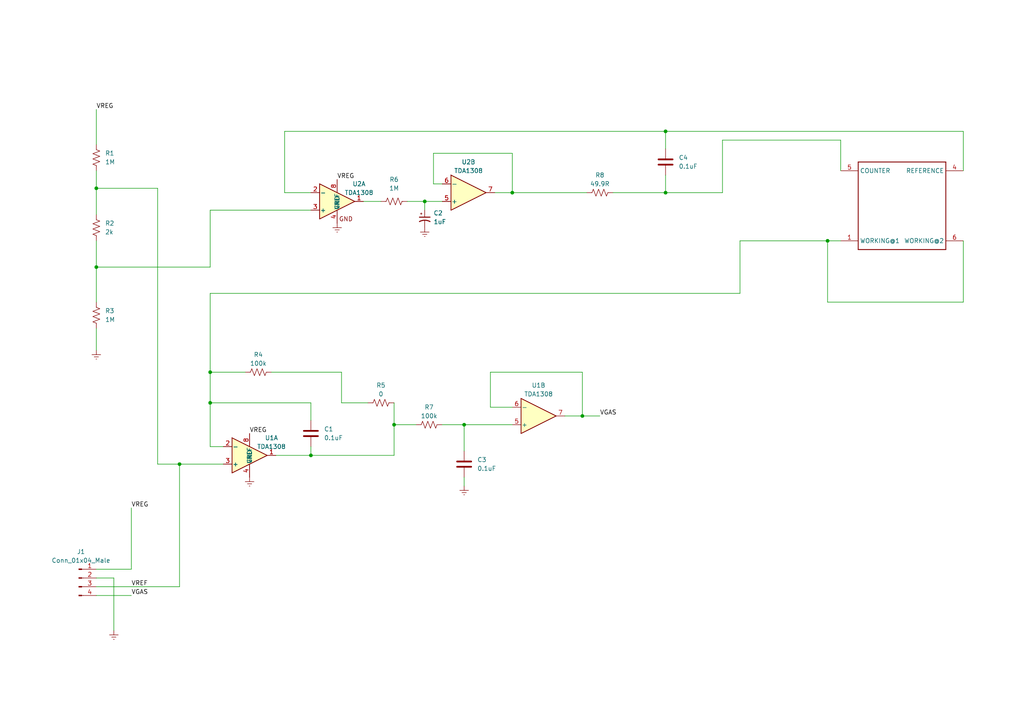
<source format=kicad_sch>
(kicad_sch (version 20211123) (generator eeschema)
  (paper "A4")
  (title_block (title "ULPSM_SCHEMATIC") (date "2022-08-02") (rev "V1.0") (company "University of Washington") (comment 1 "Nakseung Choi") (comment 2 "Vikram Iyer"))
  (lib_symbols
    (symbol "Amplifier_Audio:TDA1308" (pin_names (offset 0.127))
      (property "Reference" "U1" (at 0 10.16 0))
      (property "Value" "TDA1308" (at 0 7.62 0))
      (symbol "TDA1308_1_1"
        (polyline (pts (xy -5.08 5.08) (xy 5.08 0) (xy -5.08 -5.08) (xy -5.08 5.08)) (stroke (width 0.254)) (fill (type background)))
        (pin output line (at 7.62 0 180) (length 2.54) (name "~") (number "1"))
        (pin input line (at -7.62 -2.54 0) (length 2.54) (name "-") (number "2"))
        (pin input line (at -7.62 2.54 0) (length 2.54) (name "+") (number "3"))
      )
      (symbol "TDA1308_2_1"
        (polyline (pts (xy -5.08 5.08) (xy 5.08 0) (xy -5.08 -5.08) (xy -5.08 5.08)) (stroke (width 0.254)) (fill (type background)))
        (pin input line (at -7.62 -2.54 0) (length 2.54) (name "+") (number "5"))
        (pin input line (at -7.62 2.54 0) (length 2.54) (name "-") (number "6"))
        (pin output line (at 7.62 0 180) (length 2.54) (name "~") (number "7"))
      )
      (symbol "TDA1308_3_1"
        (pin power_in line (at -2.54 -7.62 90) (length 3.81) (name "VSS") (number "4"))
        (pin power_in line (at -2.54 7.62 270) (length 3.81) (name "V+") (number "8"))
      )
    )
    (symbol "Connector:Conn_01x04_Male" (pin_names (offset 1.016) hide)
      (property "Reference" "J1" (at 0.635 7.62 0))
      (property "Value" "Conn_01x04_Male" (at 0.635 5.08 0))
      (symbol "Conn_01x04_Male_1_1"
        (polyline (pts (xy 1.27 -5.08) (xy 0.8636 -5.08)) (stroke (width 0.1524)))
        (polyline (pts (xy 1.27 -2.54) (xy 0.8636 -2.54)) (stroke (width 0.1524)))
        (polyline (pts (xy 1.27 0) (xy 0.8636 0)) (stroke (width 0.1524)))
        (polyline (pts (xy 1.27 2.54) (xy 0.8636 2.54)) (stroke (width 0.1524)))
        (rectangle (start 0.8636 -4.953) (end 0 -5.207) (stroke (width 0.1524)) (fill (type outline)))
        (rectangle (start 0.8636 -2.413) (end 0 -2.667) (stroke (width 0.1524)) (fill (type outline)))
        (rectangle (start 0.8636 0.127) (end 0 -0.127) (stroke (width 0.1524)) (fill (type outline)))
        (rectangle (start 0.8636 2.667) (end 0 2.413) (stroke (width 0.1524)) (fill (type outline)))
        (pin passive line (at 5.08 2.54 180) (length 3.81) (name "Pin_1") (number "1"))
        (pin passive line (at 5.08 0 180) (length 3.81) (name "Pin_2") (number "2"))
        (pin passive line (at 5.08 -2.54 180) (length 3.81) (name "Pin_3") (number "3"))
        (pin passive line (at 5.08 -5.08 180) (length 3.81) (name "Pin_4") (number "4"))
      )
    )
    (symbol "Device:C" (pin_numbers hide) (pin_names (offset 0.254))
      (property "Reference" "C" (at 0.635 2.54 0))
      (property "Value" "C" (at 0.635 -2.54 0))
      (symbol "C_0_1"
        (polyline (pts (xy -2.032 -0.762) (xy 2.032 -0.762)) (stroke (width 0.508)))
        (polyline (pts (xy -2.032 0.762) (xy 2.032 0.762)) (stroke (width 0.508)))
      )
      (symbol "C_1_1"
        (pin passive line (at 0 3.81 270) (length 2.794) (name "~") (number "1"))
        (pin passive line (at 0 -3.81 90) (length 2.794) (name "~") (number "2"))
      )
    )
    (symbol "Device:C_Polarized_Small_US" (pin_numbers hide) (pin_names (offset 0.254) hide)
      (property "Reference" "C" (at 0.254 1.778 0))
      (property "Value" "C_Polarized_Small_US" (at 0.254 -2.032 0))
      (symbol "C_Polarized_Small_US_0_1"
        (polyline (pts (xy -1.524 0.508) (xy 1.524 0.508)) (stroke (width 0.3048)))
        (polyline (pts (xy -1.27 1.524) (xy -0.762 1.524)))
        (polyline (pts (xy -1.016 1.27) (xy -1.016 1.778)))
        (arc (start 1.524 -0.762) (mid 0 -0.3734) (end -1.524 -0.762) (stroke (width 0.3048)))
      )
      (symbol "C_Polarized_Small_US_1_1"
        (pin passive line (at 0 2.54 270) (length 2.032) (name "~") (number "1"))
        (pin passive line (at 0 -2.54 90) (length 2.032) (name "~") (number "2"))
      )
    )
    (symbol "Device:R_US" (pin_numbers hide) (pin_names (offset 0))
      (property "Reference" "R" (at 2.54 0 90))
      (property "Value" "R_US" (at -2.54 0 90))
      (symbol "R_US_0_1"
        (polyline (pts (xy 0 -2.286) (xy 0 -2.54)))
        (polyline (pts (xy 0 2.286) (xy 0 2.54)))
        (polyline (pts (xy 0 -0.762) (xy 1.016 -1.143) (xy 0 -1.524) (xy -1.016 -1.905) (xy 0 -2.286)))
        (polyline (pts (xy 0 0.762) (xy 1.016 0.381) (xy 0 0) (xy -1.016 -0.381) (xy 0 -0.762)))
        (polyline (pts (xy 0 2.286) (xy 1.016 1.905) (xy 0 1.524) (xy -1.016 1.143) (xy 0 0.762)))
      )
      (symbol "R_US_1_1"
        (pin passive line (at 0 3.81 270) (length 1.27) (name "~") (number "1"))
        (pin passive line (at 0 -3.81 90) (length 1.27) (name "~") (number "2"))
      )
    )
    (symbol "EcobitNRF9160 EV3-eagle-import:SPECSENSOR"
      (symbol "SPECSENSOR_1_0"
        (polyline (pts (xy -12.7 -12.7) (xy 12.7 -12.7)) (stroke (width 0.254)))
        (polyline (pts (xy -12.7 12.7) (xy -12.7 -12.7)) (stroke (width 0.254)))
        (polyline (pts (xy 12.7 -12.7) (xy 12.7 12.7)) (stroke (width 0.254)))
        (polyline (pts (xy 12.7 12.7) (xy -12.7 12.7)) (stroke (width 0.254)))
        (pin bidirectional line (at -17.78 -10.16 0) (length 5.08) (name "WORKING@1") (number "1"))
        (pin bidirectional line (at 17.78 10.16 180) (length 5.08) (name "REFERENCE") (number "4"))
        (pin bidirectional line (at -17.78 10.16 0) (length 5.08) (name "COUNTER") (number "5"))
        (pin bidirectional line (at 17.78 -10.16 180) (length 5.08) (name "WORKING@2") (number "6"))
      )
    )
    (symbol "TDA1308_1" (pin_names (offset 0.127))
      (property "Reference" "U1" (at 6.35 5.08 0))
      (property "Value" "TDA1308" (at 6.35 2.54 0))
      (symbol "TDA1308_1_1_1"
        (polyline (pts (xy -5.08 5.08) (xy 5.08 0) (xy -5.08 -5.08) (xy -5.08 5.08)) (stroke (width 0.254)) (fill (type background)))
        (pin output line (at 7.62 0 180) (length 2.54) (name "~") (number "1"))
        (pin input line (at -7.62 2.54 0) (length 2.54) (name "-") (number "2"))
        (pin input line (at -7.62 -2.54 0) (length 2.54) (name "+") (number "3"))
        (pin passive line (at 0 -6.35 90) (length 3.81) (name "GND") (number "4"))
        (pin passive line (at 0 6.35 270) (length 3.81) (name "VREF") (number "8"))
      )
      (symbol "TDA1308_1_2_1"
        (polyline (pts (xy -5.08 5.08) (xy 5.08 0) (xy -5.08 -5.08) (xy -5.08 5.08)) (stroke (width 0.254)) (fill (type background)))
        (pin input line (at -7.62 2.54 0) (length 2.54) (name "+") (number "5"))
        (pin input line (at -7.62 -2.54 0) (length 2.54) (name "-") (number "6"))
        (pin output line (at 7.62 0 180) (length 2.54) (name "~") (number "7"))
      )
      (symbol "TDA1308_1_3_1"
        (pin power_in line (at -2.54 -7.62 90) (length 3.81) (name "VSS") (number "4"))
        (pin power_in line (at -2.54 7.62 270) (length 3.81) (name "V+") (number "8"))
      )
    )
    (symbol "TDA1308_2" (pin_names (offset 0.127))
      (property "Reference" "U2" (at 6.35 5.08 0))
      (property "Value" "TDA1308" (at 6.35 2.54 0))
      (symbol "TDA1308_2_0_0"
        (text "GND" (at 2.54 -5.08 0) (effects (font (size 1.27 1.27))))
      )
      (symbol "TDA1308_2_1_1"
        (polyline (pts (xy -5.08 5.08) (xy 5.08 0) (xy -5.08 -5.08) (xy -5.08 5.08)) (stroke (width 0.254)) (fill (type background)))
        (pin output line (at 7.62 0 180) (length 2.54) (name "~") (number "1"))
        (pin input line (at -7.62 2.54 0) (length 2.54) (name "-") (number "2"))
        (pin input line (at -7.62 -2.54 0) (length 2.54) (name "+") (number "3"))
        (pin passive line (at 0 -6.35 90) (length 3.81) (name "GND") (number "4"))
        (pin input line (at 0 6.35 270) (length 3.81) (name "VREF") (number "8"))
      )
      (symbol "TDA1308_2_2_1"
        (polyline (pts (xy -5.08 5.08) (xy 5.08 0) (xy -5.08 -5.08) (xy -5.08 5.08)) (stroke (width 0.254)) (fill (type background)))
        (pin input line (at -7.62 2.54 0) (length 2.54) (name "+") (number "5"))
        (pin input line (at -7.62 -2.54 0) (length 2.54) (name "-") (number "6"))
        (pin output line (at 7.62 0 180) (length 2.54) (name "~") (number "7"))
      )
      (symbol "TDA1308_2_3_1"
        (pin power_in line (at -2.54 -7.62 90) (length 3.81) (name "VSS") (number "4"))
        (pin power_in line (at -2.54 7.62 270) (length 3.81) (name "V+") (number "8"))
      )
    )
    (symbol "power:Earth" (power) (pin_names (offset 0))
      (symbol "Earth_0_1"
        (polyline (pts (xy -0.635 -1.905) (xy 0.635 -1.905)))
        (polyline (pts (xy -0.127 -2.54) (xy 0.127 -2.54)))
        (polyline (pts (xy 0 -1.27) (xy 0 0)))
        (polyline (pts (xy 1.27 -1.27) (xy -1.27 -1.27)))
      )
      (symbol "Earth_1_1"
        (pin power_in line (at 0 0 270) (length 0) hide (name "Earth") (number "1"))
      )
    )
  )
  (junction (at 60.96 116.84))
  (junction (at 60.96 107.95))
  (junction (at 27.94 54.61))
  (junction (at 148.59 55.88))
  (junction (at 193.04 55.88))
  (junction (at 114.3 123.19))
  (junction (at 168.91 120.65))
  (junction (at 52.07 134.62))
  (junction (at 134.62 123.19))
  (junction (at 240.03 69.85))
  (junction (at 90.17 132.08))
  (junction (at 193.04 38.1))
  (junction (at 27.94 77.47))
  (junction (at 123.19 58.42))
  (wire (pts (xy 134.62 138.43) (xy 134.62 140.97)))
  (wire (pts (xy 60.96 60.96) (xy 60.96 77.47)))
  (wire (pts (xy 27.94 54.61) (xy 45.72 54.61)))
  (wire (pts (xy 143.51 55.88) (xy 148.59 55.88)))
  (wire (pts (xy 148.59 44.45) (xy 148.59 55.88)))
  (wire (pts (xy 90.17 116.84) (xy 90.17 121.92)))
  (wire (pts (xy 27.94 31.75) (xy 27.94 41.91)))
  (wire (pts (xy 168.91 120.65) (xy 173.99 120.65)))
  (wire (pts (xy 114.3 116.84) (xy 114.3 123.19)))
  (wire (pts (xy 168.91 107.95) (xy 168.91 120.65)))
  (wire (pts (xy 125.73 53.34) (xy 125.73 44.45)))
  (wire (pts (xy 38.1 147.32) (xy 38.1 165.1)))
  (wire (pts (xy 82.55 55.88) (xy 82.55 38.1)))
  (wire (pts (xy 240.03 69.85) (xy 243.84 69.85)))
  (wire (pts (xy 128.27 123.19) (xy 134.62 123.19)))
  (wire (pts (xy 123.19 58.42) (xy 123.19 60.96)))
  (wire (pts (xy 60.96 60.96) (xy 90.17 60.96)))
  (wire (pts (xy 90.17 55.88) (xy 82.55 55.88)))
  (wire (pts (xy 60.96 116.84) (xy 60.96 107.95)))
  (wire (pts (xy 60.96 107.95) (xy 71.12 107.95)))
  (wire (pts (xy 214.63 85.09) (xy 214.63 69.85)))
  (wire (pts (xy 27.94 167.64) (xy 33.02 167.64)))
  (wire (pts (xy 60.96 85.09) (xy 214.63 85.09)))
  (wire (pts (xy 114.3 132.08) (xy 114.3 123.19)))
  (wire (pts (xy 27.94 170.18) (xy 52.07 170.18)))
  (wire (pts (xy 134.62 123.19) (xy 134.62 130.81)))
  (wire (pts (xy 64.77 129.54) (xy 60.96 129.54)))
  (wire (pts (xy 240.03 69.85) (xy 240.03 87.63)))
  (wire (pts (xy 134.62 123.19) (xy 148.59 123.19)))
  (wire (pts (xy 125.73 44.45) (xy 148.59 44.45)))
  (wire (pts (xy 163.83 120.65) (xy 168.91 120.65)))
  (wire (pts (xy 240.03 87.63) (xy 279.4 87.63)))
  (wire (pts (xy 279.4 87.63) (xy 279.4 69.85)))
  (wire (pts (xy 52.07 134.62) (xy 52.07 170.18)))
  (wire (pts (xy 90.17 132.08) (xy 80.01 132.08)))
  (wire (pts (xy 214.63 69.85) (xy 240.03 69.85)))
  (wire (pts (xy 27.94 54.61) (xy 27.94 62.23)))
  (wire (pts (xy 60.96 129.54) (xy 60.96 116.84)))
  (wire (pts (xy 27.94 77.47) (xy 60.96 77.47)))
  (wire (pts (xy 209.55 55.88) (xy 209.55 40.64)))
  (wire (pts (xy 27.94 172.72) (xy 38.1 172.72)))
  (wire (pts (xy 123.19 58.42) (xy 128.27 58.42)))
  (wire (pts (xy 105.41 58.42) (xy 110.49 58.42)))
  (wire (pts (xy 193.04 38.1) (xy 279.4 38.1)))
  (wire (pts (xy 193.04 43.18) (xy 193.04 38.1)))
  (wire (pts (xy 193.04 50.8) (xy 193.04 55.88)))
  (wire (pts (xy 60.96 107.95) (xy 60.96 85.09)))
  (wire (pts (xy 142.24 107.95) (xy 168.91 107.95)))
  (wire (pts (xy 99.06 116.84) (xy 106.68 116.84)))
  (wire (pts (xy 78.74 107.95) (xy 99.06 107.95)))
  (wire (pts (xy 27.94 77.47) (xy 27.94 87.63)))
  (wire (pts (xy 243.84 40.64) (xy 243.84 49.53)))
  (wire (pts (xy 114.3 123.19) (xy 120.65 123.19)))
  (wire (pts (xy 45.72 54.61) (xy 45.72 134.62)))
  (wire (pts (xy 45.72 134.62) (xy 52.07 134.62)))
  (wire (pts (xy 60.96 116.84) (xy 90.17 116.84)))
  (wire (pts (xy 27.94 49.53) (xy 27.94 54.61)))
  (wire (pts (xy 209.55 40.64) (xy 243.84 40.64)))
  (wire (pts (xy 99.06 107.95) (xy 99.06 116.84)))
  (wire (pts (xy 148.59 118.11) (xy 142.24 118.11)))
  (wire (pts (xy 90.17 129.54) (xy 90.17 132.08)))
  (wire (pts (xy 38.1 165.1) (xy 27.94 165.1)))
  (wire (pts (xy 128.27 53.34) (xy 125.73 53.34)))
  (wire (pts (xy 27.94 95.25) (xy 27.94 101.6)))
  (wire (pts (xy 82.55 38.1) (xy 193.04 38.1)))
  (wire (pts (xy 27.94 69.85) (xy 27.94 77.47)))
  (wire (pts (xy 64.77 134.62) (xy 52.07 134.62)))
  (wire (pts (xy 193.04 55.88) (xy 209.55 55.88)))
  (wire (pts (xy 177.8 55.88) (xy 193.04 55.88)))
  (wire (pts (xy 148.59 55.88) (xy 170.18 55.88)))
  (wire (pts (xy 279.4 38.1) (xy 279.4 49.53)))
  (wire (pts (xy 118.11 58.42) (xy 123.19 58.42)))
  (wire (pts (xy 90.17 132.08) (xy 114.3 132.08)))
  (wire (pts (xy 33.02 167.64) (xy 33.02 182.88)))
  (wire (pts (xy 142.24 118.11) (xy 142.24 107.95)))
  (label "VGAS" (at 173.99 120.65 0))
  (label "VREF" (at 38.1 170.18 0))
  (label "VGAS" (at 38.1 172.72 0))
  (label "VREG" (at 27.94 31.75 0))
  (label "VREG" (at 72.39 125.73 0))
  (label "VREG" (at 38.1 147.32 0))
  (label "VREG" (at 97.79 52.07 0))
  (symbol (lib_id "power:Earth") (at 97.79 64.77 0) (unit 1)
    (property "Reference" "#PWR04" (effects hide))
    (property "Value" "Earth" (effects hide))
  )
  (symbol (lib_id "Device:R_US") (at 114.3 58.42 90) (unit 1)
    (property "Reference" "R6" (at 114.3 52.07 90))
    (property "Value" "1M" (at 114.3 54.61 90))
    (property "Footprint" "Resistor_SMD:R_0805_2012Metric" (effects hide))
  )
  (symbol (lib_id "Device:R_US") (at 124.46 123.19 90) (unit 1)
    (property "Reference" "R7" (at 124.46 118.11 90))
    (property "Value" "100k" (at 124.46 120.65 90))
    (property "Footprint" "Resistor_SMD:R_0805_2012Metric" (effects hide))
  )
  (symbol (lib_id "power:Earth") (at 123.19 66.04 0) (unit 1)
    (property "Reference" "#PWR05" (effects hide))
    (property "Value" "Earth" (effects hide))
  )
  (symbol (lib_id "Device:C") (at 134.62 134.62 0) (unit 1)
    (property "Reference" "C3" (at 138.43 133.3499 0) (effects (justify left)))
    (property "Value" "0.1uF" (at 138.43 135.8899 0) (effects (justify left)))
    (property "Footprint" "Capacitor_SMD:C_0805_2012Metric" (effects hide))
  )
  (symbol (lib_name "TDA1308_1") (lib_id "Amplifier_Audio:TDA1308") (at 72.39 132.08 0) (unit 1)
    (property "Reference" "U1" (at 78.74 127 0))
    (property "Value" "TDA1308" (at 78.74 129.54 0))
    (property "Footprint" "MPU6024T-I-MS:MCP6042T-I&slash_MS" (effects hide))
    (property "Datasheet" "https://www.nxp.com/docs/en/data-sheet/TDA1308.pdf" (effects hide))
  )
  (symbol (lib_id "power:Earth") (at 27.94 101.6 0) (unit 1)
    (property "Reference" "#PWR01" (effects hide))
    (property "Value" "Earth" (effects hide))
  )
  (symbol (lib_id "Device:R_US") (at 27.94 66.04 0) (unit 1)
    (property "Reference" "R2" (at 30.48 64.7699 0) (effects (justify left)))
    (property "Value" "2k" (at 30.48 67.3099 0) (effects (justify left)))
    (property "Footprint" "Resistor_SMD:R_0805_2012Metric" (effects hide))
  )
  (symbol (lib_id "Device:C") (at 193.04 46.99 0) (unit 1)
    (property "Reference" "C4" (at 196.85 45.7199 0) (effects (justify left)))
    (property "Value" "0.1uF" (at 196.85 48.2599 0) (effects (justify left)))
    (property "Footprint" "Capacitor_SMD:C_0805_2012Metric" (effects hide))
  )
  (symbol (lib_id "Amplifier_Audio:TDA1308") (at 156.21 120.65 0) (unit 2)
    (property "Reference" "U1" (at 156.21 111.76 0))
    (property "Value" "TDA1308" (at 156.21 114.3 0))
    (property "Footprint" "MPU6024T-I-MS:MCP6042T-I&slash_MS" (effects hide))
    (property "Datasheet" "https://www.nxp.com/docs/en/data-sheet/TDA1308.pdf" (effects hide))
  )
  (symbol (lib_id "Device:R_US") (at 74.93 107.95 90) (unit 1)
    (property "Reference" "R4" (at 74.93 102.87 90))
    (property "Value" "100k" (at 74.93 105.41 90))
    (property "Footprint" "Resistor_SMD:R_0805_2012Metric" (effects hide))
  )
  (symbol (lib_id "Device:C") (at 90.17 125.73 0) (unit 1)
    (property "Reference" "C1" (at 93.98 124.4599 0) (effects (justify left)))
    (property "Value" "0.1uF" (at 93.98 126.9999 0) (effects (justify left)))
    (property "Footprint" "Capacitor_SMD:C_0805_2012Metric" (effects hide))
  )
  (symbol (lib_id "Device:R_US") (at 110.49 116.84 90) (unit 1)
    (property "Reference" "R5" (at 110.49 111.76 90))
    (property "Value" "0" (at 110.49 114.3 90))
    (property "Footprint" "Resistor_SMD:R_0805_2012Metric" (effects hide))
  )
  (symbol (lib_id "Amplifier_Audio:TDA1308") (at 135.89 55.88 0) (unit 2)
    (property "Reference" "U2" (at 135.89 46.99 0))
    (property "Value" "TDA1308" (at 135.89 49.53 0))
    (property "Footprint" "MPU6024T-I-MS:MCP6042T-I&slash_MS" (effects hide))
    (property "Datasheet" "https://www.nxp.com/docs/en/data-sheet/TDA1308.pdf" (effects hide))
  )
  (symbol (lib_id "Device:C_Polarized_Small_US") (at 123.19 63.5 0) (unit 1)
    (property "Reference" "C2" (at 125.73 61.7981 0) (effects (justify left)))
    (property "Value" "1uF" (at 125.73 64.3381 0) (effects (justify left)))
    (property "Footprint" "F951E105:F951E105MPAAQ2" (effects hide))
  )
  (symbol (lib_id "Device:R_US") (at 27.94 91.44 0) (unit 1)
    (property "Reference" "R3" (at 30.48 90.1699 0) (effects (justify left)))
    (property "Value" "1M" (at 30.48 92.7099 0) (effects (justify left)))
    (property "Footprint" "Resistor_SMD:R_0805_2012Metric" (effects hide))
  )
  (symbol (lib_id "Device:R_US") (at 27.94 45.72 0) (unit 1)
    (property "Reference" "R1" (at 30.48 44.4499 0) (effects (justify left)))
    (property "Value" "1M" (at 30.48 46.9899 0) (effects (justify left)))
    (property "Footprint" "Resistor_SMD:R_0805_2012Metric" (effects hide))
  )
  (symbol (lib_id "Device:R_US") (at 173.99 55.88 90) (unit 1)
    (property "Reference" "R8" (at 173.99 50.8 90))
    (property "Value" "49.9R" (at 173.99 53.34 90))
    (property "Footprint" "Resistor_SMD:R_0805_2012Metric" (effects hide))
  )
  (symbol (lib_id "Connector:Conn_01x04_Male") (at 22.86 167.64 0) (unit 1)
    (property "Reference" "J1" (at 23.495 160.02 0))
    (property "Value" "Conn_01x04_Male" (at 23.495 162.56 0))
    (property "Footprint" "Connector_PinSocket_2.54mm:PinSocket_1x04_P2.54mm_Vertical" (effects hide))
  )
  (symbol (lib_id "power:Earth") (at 134.62 140.97 0) (unit 1)
    (property "Reference" "#PWR06" (effects hide))
    (property "Value" "Earth" (effects hide))
  )
  (symbol (lib_id "power:Earth") (at 72.39 138.43 0) (unit 1)
    (property "Reference" "#PWR0101" (effects hide))
    (property "Value" "Earth" (effects hide))
  )
  (symbol (lib_id "EcobitNRF9160 EV3-eagle-import:SPECSENSOR") (at 261.62 59.69 0) (unit 1)
    (property "Reference" "SENS-CO1" (effects hide))
    (property "Value" "SPECSENSOR" (effects hide))
    (property "Footprint" "CO2:3SP_CO_1000_P_Package_2" (effects hide))
  )
  (symbol (lib_id "power:Earth") (at 33.02 182.88 0) (unit 1)
    (property "Reference" "#PWR02" (effects hide))
    (property "Value" "Earth" (effects hide))
  )
  (symbol (lib_name "TDA1308_2") (lib_id "Amplifier_Audio:TDA1308") (at 97.79 58.42 0) (unit 1)
    (property "Reference" "U2" (at 104.14 53.34 0))
    (property "Value" "TDA1308" (at 104.14 55.88 0))
    (property "Footprint" "MPU6024T-I-MS:MCP6042T-I&slash_MS" (effects hide))
    (property "Datasheet" "https://www.nxp.com/docs/en/data-sheet/TDA1308.pdf" (effects hide))
  )
)
</source>
